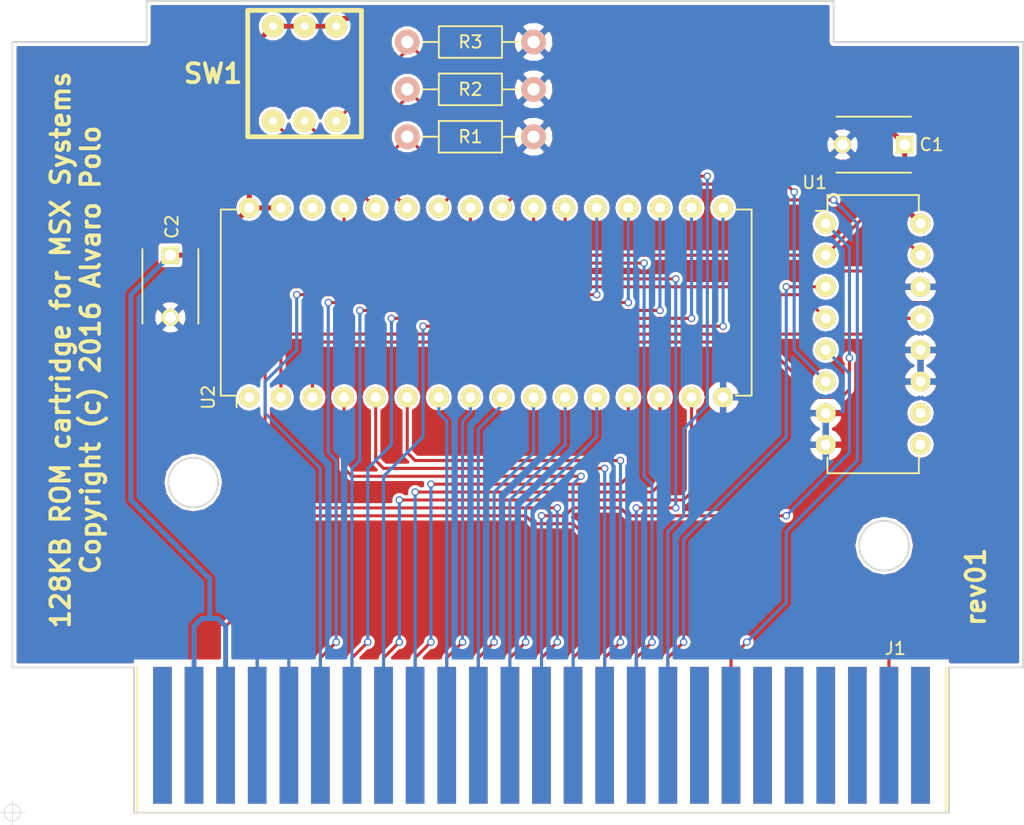
<source format=kicad_pcb>
(kicad_pcb (version 20211014) (generator pcbnew)
  (layers (0 "F.Cu" mixed) (31 "B.Cu" mixed) (34 "B.Paste" user) (35 "F.Paste" user) (36 "B.SilkS" user "B.Silkscreen") (37 "F.SilkS" user "F.Silkscreen") (38 "B.Mask" user) (39 "F.Mask" user) (44 "Edge.Cuts" user))
  (net 0 "")
  (net 1 "VCC")
  (net 2 "GND")
  (net 3 "/A9")
  (net 4 "/A11")
  (net 5 "/A7")
  (net 6 "/A12")
  (net 7 "/A14")
  (net 8 "/A1")
  (net 9 "/A3")
  (net 10 "/A5")
  (net 11 "/D1")
  (net 12 "/D3")
  (net 13 "/D5")
  (net 14 "/D7")
  (net 15 "/D6")
  (net 16 "/D4")
  (net 17 "/D2")
  (net 18 "/D0")
  (net 19 "/A4")
  (net 20 "/A2")
  (net 21 "/A0")
  (net 22 "/A13")
  (net 23 "/A8")
  (net 24 "/A6")
  (net 25 "/A10")
  (net 26 "/A15")
  (net 27 "~{RD}")
  (net 28 "~{SLTSL}")
  (net 29 "Net-(R1-Pad1)")
  (net 30 "Net-(R2-Pad1)")
  (net 31 "Net-(R3-Pad1)")
  (net 32 "MA15")
  (net 33 "MA14")
  (net 36 "MA16")
  (net 50 "Net-(J1-Pad44)")
  (footprint "Resistors_ThroughHole:Resistor_Horizontal_RM10mm" (layer "F.Cu") (at 148.59 106.68)
    (fp_text reference "R1" (at 0 0) (layer "F.SilkS"))
    (fp_text value "10K")
    (fp_line (start -2.54 1.27) (end -2.54 -1.27) (layer "F.SilkS") (width 0.15))
    (fp_line (start 2.54 0) (end 3.81 0) (layer "F.SilkS") (width 0.15))
    (fp_line (start 2.54 -1.27) (end 2.54 1.27) (layer "F.SilkS") (width 0.15))
    (fp_line (start -2.54 -1.27) (end 2.54 -1.27) (layer "F.SilkS") (width 0.15))
    (fp_line (start 2.54 1.27) (end -2.54 1.27) (layer "F.SilkS") (width 0.15))
    (fp_line (start -2.54 0) (end -3.81 0) (layer "F.SilkS") (width 0.15))
    (pad "1" thru_hole circle locked (at -5.08 0) (size 1.99898 1.99898) (drill 1.00076) (layers *.Cu *.SilkS *.Mask) (net 29 "Net-(R1-Pad1)"))
    (pad "2" thru_hole circle locked (at 5.08 0) (size 1.99898 1.99898) (drill 1.00076) (layers *.Cu *.SilkS *.Mask) (net 2 "GND"))
  )
  (footprint "Resistors_ThroughHole:Resistor_Horizontal_RM10mm" (layer "F.Cu") (at 148.59 102.87)
    (fp_text reference "R2" (at 0 0) (layer "F.SilkS"))
    (fp_text value "10K")
    (fp_line (start -2.54 0) (end -3.81 0) (layer "F.SilkS") (width 0.15))
    (fp_line (start -2.54 -1.27) (end 2.54 -1.27) (layer "F.SilkS") (width 0.15))
    (fp_line (start 2.54 -1.27) (end 2.54 1.27) (layer "F.SilkS") (width 0.15))
    (fp_line (start 2.54 1.27) (end -2.54 1.27) (layer "F.SilkS") (width 0.15))
    (fp_line (start 2.54 0) (end 3.81 0) (layer "F.SilkS") (width 0.15))
    (fp_line (start -2.54 1.27) (end -2.54 -1.27) (layer "F.SilkS") (width 0.15))
    (pad "1" thru_hole circle locked (at -5.08 0) (size 1.99898 1.99898) (drill 1.00076) (layers *.Cu *.SilkS *.Mask) (net 30 "Net-(R2-Pad1)"))
    (pad "2" thru_hole circle locked (at 5.08 0) (size 1.99898 1.99898) (drill 1.00076) (layers *.Cu *.SilkS *.Mask) (net 2 "GND"))
  )
  (footprint "Resistors_ThroughHole:Resistor_Horizontal_RM10mm" (layer "F.Cu") (at 148.59 99.06)
    (fp_text reference "R3" (at 0 0) (layer "F.SilkS"))
    (fp_text value "10K")
    (fp_line (start 2.54 1.27) (end -2.54 1.27) (layer "F.SilkS") (width 0.15))
    (fp_line (start 2.54 -1.27) (end 2.54 1.27) (layer "F.SilkS") (width 0.15))
    (fp_line (start -2.54 1.27) (end -2.54 -1.27) (layer "F.SilkS") (width 0.15))
    (fp_line (start -2.54 0) (end -3.81 0) (layer "F.SilkS") (width 0.15))
    (fp_line (start 2.54 0) (end 3.81 0) (layer "F.SilkS") (width 0.15))
    (fp_line (start -2.54 -1.27) (end 2.54 -1.27) (layer "F.SilkS") (width 0.15))
    (pad "1" thru_hole circle locked (at -5.08 0) (size 1.99898 1.99898) (drill 1.00076) (layers *.Cu *.SilkS *.Mask) (net 31 "Net-(R3-Pad1)"))
    (pad "2" thru_hole circle locked (at 5.08 0) (size 1.99898 1.99898) (drill 1.00076) (layers *.Cu *.SilkS *.Mask) (net 2 "GND"))
  )
  (footprint "dips-s:DIPS-DS03" (layer "F.Cu") (at 135.255 101.6)
    (fp_text reference "SW1" (at -7.366 0) (layer "F.SilkS") (effects (font (size 1.524 1.524) (thickness 0.3048))))
    (fp_text value "DIPS_03" hide)
    (fp_line (start -4.572 -5.08) (end 4.572 -5.08) (layer "F.SilkS") (width 0.381))
    (fp_line (start -4.572 -5.08) (end -4.572 5.08) (layer "F.SilkS") (width 0.381))
    (fp_line (start 4.572 5.08) (end -4.572 5.08) (layer "F.SilkS") (width 0.381))
    (fp_line (start 4.572 -5.08) (end 4.572 5.08) (layer "F.SilkS") (width 0.381))
    (pad "1" thru_hole circle locked (at -2.54 3.81) (size 1.778 1.778) (drill 0.635) (layers *.Cu *.Mask "F.SilkS") (net 29 "Net-(R1-Pad1)"))
    (pad "2" thru_hole circle locked (at 0 3.81) (size 1.778 1.778) (drill 0.635) (layers *.Cu *.Mask "F.SilkS") (net 30 "Net-(R2-Pad1)"))
    (pad "3" thru_hole circle locked (at 2.54 3.81) (size 1.778 1.778) (drill 0.635) (layers *.Cu *.Mask "F.SilkS") (net 31 "Net-(R3-Pad1)"))
    (pad "4" thru_hole circle locked (at 2.54 -3.81) (size 1.778 1.778) (drill 0.635) (layers *.Cu *.Mask "F.SilkS") (net 1 "VCC"))
    (pad "5" thru_hole circle locked (at 0 -3.81) (size 1.778 1.778) (drill 0.635) (layers *.Cu *.Mask "F.SilkS") (net 1 "VCC"))
    (pad "6" thru_hole circle locked (at -2.54 -3.81) (size 1.778 1.778) (drill 0.635) (layers *.Cu *.Mask "F.SilkS") (net 1 "VCC"))
  )
  (footprint "Housings_DIP:DIP-16_W7.62mm" (layer "F.Cu") (at 177.165 113.665)
    (fp_text reference "U1" (at -0.889 -3.302) (layer "F.SilkS"))
    (fp_text value "74LS283")
    (fp_line (start 0.135 -1.025) (end -0.8 -1.025) (layer "F.SilkS") (width 0.15))
    (fp_line (start 7.485 20.075) (end 7.485 18.805) (layer "F.SilkS") (width 0.15))
    (fp_line (start 7.485 -2.295) (end 7.485 -1.025) (layer "F.SilkS") (width 0.15))
    (fp_line (start 0.135 20.075) (end 7.485 20.075) (layer "F.SilkS") (width 0.15))
    (fp_line (start 0.135 20.075) (end 0.135 18.805) (layer "F.SilkS") (width 0.15))
    (fp_line (start 0.135 -2.295) (end 0.135 -1.025) (layer "F.SilkS") (width 0.15))
    (fp_line (start 0.135 -2.295) (end 7.485 -2.295) (layer "F.SilkS") (width 0.15))
    (pad "1" thru_hole oval locked (at 0 0) (size 1.6 1.6) (drill 0.8) (layers *.Cu *.Mask "F.SilkS") (net 32 "MA15"))
    (pad "2" thru_hole oval locked (at 0 2.54) (size 1.6 1.6) (drill 0.8) (layers *.Cu *.Mask "F.SilkS") (net 30 "Net-(R2-Pad1)"))
    (pad "3" thru_hole oval locked (at 0 5.08) (size 1.6 1.6) (drill 0.8) (layers *.Cu *.Mask "F.SilkS") (net 26 "/A15"))
    (pad "4" thru_hole oval locked (at 0 7.62) (size 1.6 1.6) (drill 0.8) (layers *.Cu *.Mask "F.SilkS") (net 33 "MA14"))
    (pad "5" thru_hole oval locked (at 0 10.16) (size 1.6 1.6) (drill 0.8) (layers *.Cu *.Mask "F.SilkS") (net 7 "/A14"))
    (pad "6" thru_hole oval locked (at 0 12.7) (size 1.6 1.6) (drill 0.8) (layers *.Cu *.Mask "F.SilkS") (net 29 "Net-(R1-Pad1)"))
    (pad "7" thru_hole oval locked (at 0 15.24) (size 1.6 1.6) (drill 0.8) (layers *.Cu *.Mask "F.SilkS") (net 2 "GND"))
    (pad "8" thru_hole oval locked (at 0 17.78) (size 1.6 1.6) (drill 0.8) (layers *.Cu *.Mask "F.SilkS") (net 2 "GND"))
    (pad "9" thru_hole oval locked (at 7.62 17.78) (size 1.6 1.6) (drill 0.8) (layers *.Cu *.Mask "F.SilkS"))
    (pad "10" thru_hole oval locked (at 7.62 15.24) (size 1.6 1.6) (drill 0.8) (layers *.Cu *.Mask "F.SilkS"))
    (pad "11" thru_hole oval locked (at 7.62 12.7) (size 1.6 1.6) (drill 0.8) (layers *.Cu *.Mask "F.SilkS") (net 2 "GND"))
    (pad "12" thru_hole oval locked (at 7.62 10.16) (size 1.6 1.6) (drill 0.8) (layers *.Cu *.Mask "F.SilkS") (net 2 "GND"))
    (pad "13" thru_hole oval locked (at 7.62 7.62) (size 1.6 1.6) (drill 0.8) (layers *.Cu *.Mask "F.SilkS") (net 36 "MA16"))
    (pad "14" thru_hole oval locked (at 7.62 5.08) (size 1.6 1.6) (drill 0.8) (layers *.Cu *.Mask "F.SilkS") (net 2 "GND"))
    (pad "15" thru_hole oval locked (at 7.62 2.54) (size 1.6 1.6) (drill 0.8) (layers *.Cu *.Mask "F.SilkS") (net 31 "Net-(R3-Pad1)"))
    (pad "16" thru_hole oval locked (at 7.62 0) (size 1.6 1.6) (drill 0.8) (layers *.Cu *.Mask "F.SilkS") (net 1 "VCC"))
  )
  (footprint "Housings_DIP:DIP-32_W15.24mm" (layer "F.Cu") (at 130.81 127.635 90)
    (fp_text reference "U2" (at 0 -3.302 90) (layer "F.SilkS"))
    (fp_text value "SST39SF010")
    (fp_line (start 0.135 -1.025) (end -0.8 -1.025) (layer "F.SilkS") (width 0.15))
    (fp_line (start 0.135 -2.295) (end 0.135 -1.025) (layer "F.SilkS") (width 0.15))
    (fp_line (start 0.135 -2.295) (end 15.105 -2.295) (layer "F.SilkS") (width 0.15))
    (fp_line (start 0.135 40.395) (end 0.135 39.125) (layer "F.SilkS") (width 0.15))
    (fp_line (start 0.135 40.395) (end 15.105 40.395) (layer "F.SilkS") (width 0.15))
    (fp_line (start 15.105 -2.295) (end 15.105 -1.025) (layer "F.SilkS") (width 0.15))
    (fp_line (start 15.105 40.395) (end 15.105 39.125) (layer "F.SilkS") (width 0.15))
    (pad "1" thru_hole oval locked (at 0 0 90) (size 1.6 1.6) (drill 0.8) (layers *.Cu *.Mask "F.SilkS"))
    (pad "2" thru_hole oval locked (at 0 2.54 90) (size 1.6 1.6) (drill 0.8) (layers *.Cu *.Mask "F.SilkS") (net 36 "MA16"))
    (pad "3" thru_hole oval locked (at 0 5.08 90) (size 1.6 1.6) (drill 0.8) (layers *.Cu *.Mask "F.SilkS") (net 32 "MA15"))
    (pad "4" thru_hole oval locked (at 0 7.62 90) (size 1.6 1.6) (drill 0.8) (layers *.Cu *.Mask "F.SilkS") (net 6 "/A12"))
    (pad "5" thru_hole oval locked (at 0 10.16 90) (size 1.6 1.6) (drill 0.8) (layers *.Cu *.Mask "F.SilkS") (net 5 "/A7"))
    (pad "6" thru_hole oval locked (at 0 12.7 90) (size 1.6 1.6) (drill 0.8) (layers *.Cu *.Mask "F.SilkS") (net 24 "/A6"))
    (pad "7" thru_hole oval locked (at 0 15.24 90) (size 1.6 1.6) (drill 0.8) (layers *.Cu *.Mask "F.SilkS") (net 10 "/A5"))
    (pad "8" thru_hole oval locked (at 0 17.78 90) (size 1.6 1.6) (drill 0.8) (layers *.Cu *.Mask "F.SilkS") (net 19 "/A4"))
    (pad "9" thru_hole oval locked (at 0 20.32 90) (size 1.6 1.6) (drill 0.8) (layers *.Cu *.Mask "F.SilkS") (net 9 "/A3"))
    (pad "10" thru_hole oval locked (at 0 22.86 90) (size 1.6 1.6) (drill 0.8) (layers *.Cu *.Mask "F.SilkS") (net 20 "/A2"))
    (pad "11" thru_hole oval locked (at 0 25.4 90) (size 1.6 1.6) (drill 0.8) (layers *.Cu *.Mask "F.SilkS") (net 8 "/A1"))
    (pad "12" thru_hole oval locked (at 0 27.94 90) (size 1.6 1.6) (drill 0.8) (layers *.Cu *.Mask "F.SilkS") (net 21 "/A0"))
    (pad "13" thru_hole oval locked (at 0 30.48 90) (size 1.6 1.6) (drill 0.8) (layers *.Cu *.Mask "F.SilkS") (net 18 "/D0"))
    (pad "14" thru_hole oval locked (at 0 33.02 90) (size 1.6 1.6) (drill 0.8) (layers *.Cu *.Mask "F.SilkS") (net 11 "/D1"))
    (pad "15" thru_hole oval locked (at 0 35.56 90) (size 1.6 1.6) (drill 0.8) (layers *.Cu *.Mask "F.SilkS") (net 17 "/D2"))
    (pad "16" thru_hole oval locked (at 0 38.1 90) (size 1.6 1.6) (drill 0.8) (layers *.Cu *.Mask "F.SilkS") (net 2 "GND"))
    (pad "17" thru_hole oval locked (at 15.24 38.1 90) (size 1.6 1.6) (drill 0.8) (layers *.Cu *.Mask "F.SilkS") (net 12 "/D3"))
    (pad "18" thru_hole oval locked (at 15.24 35.56 90) (size 1.6 1.6) (drill 0.8) (layers *.Cu *.Mask "F.SilkS") (net 16 "/D4"))
    (pad "19" thru_hole oval locked (at 15.24 33.02 90) (size 1.6 1.6) (drill 0.8) (layers *.Cu *.Mask "F.SilkS") (net 13 "/D5"))
    (pad "20" thru_hole oval locked (at 15.24 30.48 90) (size 1.6 1.6) (drill 0.8) (layers *.Cu *.Mask "F.SilkS") (net 15 "/D6"))
    (pad "21" thru_hole oval locked (at 15.24 27.94 90) (size 1.6 1.6) (drill 0.8) (layers *.Cu *.Mask "F.SilkS") (net 14 "/D7"))
    (pad "22" thru_hole oval locked (at 15.24 25.4 90) (size 1.6 1.6) (drill 0.8) (layers *.Cu *.Mask "F.SilkS") (net 28 "~{SLTSL}"))
    (pad "23" thru_hole oval locked (at 15.24 22.86 90) (size 1.6 1.6) (drill 0.8) (layers *.Cu *.Mask "F.SilkS") (net 25 "/A10"))
    (pad "24" thru_hole oval locked (at 15.24 20.32 90) (size 1.6 1.6) (drill 0.8) (layers *.Cu *.Mask "F.SilkS") (net 27 "~{RD}"))
    (pad "25" thru_hole oval locked (at 15.24 17.78 90) (size 1.6 1.6) (drill 0.8) (layers *.Cu *.Mask "F.SilkS") (net 4 "/A11"))
    (pad "26" thru_hole oval locked (at 15.24 15.24 90) (size 1.6 1.6) (drill 0.8) (layers *.Cu *.Mask "F.SilkS") (net 3 "/A9"))
    (pad "27" thru_hole oval locked (at 15.24 12.7 90) (size 1.6 1.6) (drill 0.8) (layers *.Cu *.Mask "F.SilkS") (net 23 "/A8"))
    (pad "28" thru_hole oval locked (at 15.24 10.16 90) (size 1.6 1.6) (drill 0.8) (layers *.Cu *.Mask "F.SilkS") (net 22 "/A13"))
    (pad "29" thru_hole oval locked (at 15.24 7.62 90) (size 1.6 1.6) (drill 0.8) (layers *.Cu *.Mask "F.SilkS") (net 33 "MA14"))
    (pad "30" thru_hole oval locked (at 15.24 5.08 90) (size 1.6 1.6) (drill 0.8) (layers *.Cu *.Mask "F.SilkS"))
    (pad "31" thru_hole oval locked (at 15.24 2.54 90) (size 1.6 1.6) (drill 0.8) (layers *.Cu *.Mask "F.SilkS") (net 1 "VCC"))
    (pad "32" thru_hole oval locked (at 15.24 0 90) (size 1.6 1.6) (drill 0.8) (layers *.Cu *.Mask "F.SilkS") (net 1 "VCC"))
  )
  (footprint "msx:msx_cartridge" (layer "F.Cu") (at 154.305 154.94)
    (fp_text reference "J1" (at 28.448 -7.112) (layer "F.SilkS"))
    (fp_text value "Conn_02x25_Odd_Even")
    (fp_line (start 32.512 6.096) (end 32.512 -5.588) (layer "F.SilkS") (width 0.15))
    (fp_line (start -32.512 6.096) (end -32.512 -5.588) (layer "F.SilkS") (width 0.15))
    (fp_line (start 32.512 6.096) (end -32.512 6.096) (layer "F.SilkS") (width 0.15))
    (pad "1" connect rect locked (at 30.48 -0.127) (size 1.5 11) (layers "B.Cu" "B.Mask"))
    (pad "2" connect rect locked (at 30.48 -0.127) (size 1.5 11) (layers "F.Cu" "F.Mask"))
    (pad "3" connect rect locked (at 27.94 -0.127) (size 1.5 11) (layers "B.Cu" "B.Mask"))
    (pad "4" connect rect locked (at 27.94 -0.127) (size 1.5 11) (layers "F.Cu" "F.Mask") (net 28 "~{SLTSL}"))
    (pad "5" connect rect locked (at 25.4 -0.127) (size 1.5 11) (layers "B.Cu" "B.Mask"))
    (pad "6" connect rect locked (at 25.4 -0.127) (size 1.5 11) (layers "F.Cu" "F.Mask"))
    (pad "7" connect rect locked (at 22.86 -0.127) (size 1.5 11) (layers "B.Cu" "B.Mask"))
    (pad "8" connect rect locked (at 22.86 -0.127) (size 1.5 11) (layers "F.Cu" "F.Mask"))
    (pad "9" connect rect locked (at 20.32 -0.127) (size 1.5 11) (layers "B.Cu" "B.Mask"))
    (pad "10" connect rect locked (at 20.32 -0.127) (size 1.5 11) (layers "F.Cu" "F.Mask"))
    (pad "11" connect rect locked (at 17.78 -0.127) (size 1.5 11) (layers "B.Cu" "B.Mask"))
    (pad "12" connect rect locked (at 17.78 -0.127) (size 1.5 11) (layers "F.Cu" "F.Mask"))
    (pad "13" connect rect locked (at 15.24 -0.127) (size 1.5 11) (layers "B.Cu" "B.Mask"))
    (pad "14" connect rect locked (at 15.24 -0.127) (size 1.5 11) (layers "F.Cu" "F.Mask") (net 27 "~{RD}"))
    (pad "15" connect rect locked (at 12.7 -0.127) (size 1.5 11) (layers "B.Cu" "B.Mask"))
    (pad "16" connect rect locked (at 12.7 -0.127) (size 1.5 11) (layers "F.Cu" "F.Mask"))
    (pad "17" connect rect locked (at 10.16 -0.127) (size 1.5 11) (layers "B.Cu" "B.Mask") (net 3 "/A9"))
    (pad "18" connect rect locked (at 10.16 -0.127) (size 1.5 11) (layers "F.Cu" "F.Mask") (net 26 "/A15"))
    (pad "19" connect rect locked (at 7.62 -0.127) (size 1.5 11) (layers "B.Cu" "B.Mask") (net 4 "/A11"))
    (pad "20" connect rect locked (at 7.62 -0.127) (size 1.5 11) (layers "F.Cu" "F.Mask") (net 25 "/A10"))
    (pad "21" connect rect locked (at 5.08 -0.127) (size 1.5 11) (layers "B.Cu" "B.Mask") (net 5 "/A7"))
    (pad "22" connect rect locked (at 5.08 -0.127) (size 1.5 11) (layers "F.Cu" "F.Mask") (net 24 "/A6"))
    (pad "23" connect rect locked (at 2.54 -0.127) (size 1.5 11) (layers "B.Cu" "B.Mask") (net 6 "/A12"))
    (pad "24" connect rect locked (at 2.54 -0.127) (size 1.5 11) (layers "F.Cu" "F.Mask") (net 23 "/A8"))
    (pad "25" connect rect locked (at 0 -0.127) (size 1.5 11) (layers "B.Cu" "B.Mask") (net 7 "/A14"))
    (pad "26" connect rect locked (at 0 -0.127) (size 1.5 11) (layers "F.Cu" "F.Mask") (net 22 "/A13"))
    (pad "27" connect rect locked (at -2.54 -0.127) (size 1.5 11) (layers "B.Cu" "B.Mask") (net 8 "/A1"))
    (pad "28" connect rect locked (at -2.54 -0.127) (size 1.5 11) (layers "F.Cu" "F.Mask") (net 21 "/A0"))
    (pad "29" connect rect locked (at -5.08 -0.127) (size 1.5 11) (layers "B.Cu" "B.Mask") (net 9 "/A3"))
    (pad "30" connect rect locked (at -5.08 -0.127) (size 1.5 11) (layers "F.Cu" "F.Mask") (net 20 "/A2"))
    (pad "31" connect rect locked (at -7.62 -0.127) (size 1.5 11) (layers "B.Cu" "B.Mask") (net 10 "/A5"))
    (pad "32" connect rect locked (at -7.62 -0.127) (size 1.5 11) (layers "F.Cu" "F.Mask") (net 19 "/A4"))
    (pad "33" connect rect locked (at -10.16 -0.127) (size 1.5 11) (layers "B.Cu" "B.Mask") (net 11 "/D1"))
    (pad "34" connect rect locked (at -10.16 -0.127) (size 1.5 11) (layers "F.Cu" "F.Mask") (net 18 "/D0"))
    (pad "35" connect rect locked (at -12.7 -0.127) (size 1.5 11) (layers "B.Cu" "B.Mask") (net 12 "/D3"))
    (pad "36" connect rect locked (at -12.7 -0.127) (size 1.5 11) (layers "F.Cu" "F.Mask") (net 17 "/D2"))
    (pad "37" connect rect locked (at -15.24 -0.127) (size 1.5 11) (layers "B.Cu" "B.Mask") (net 13 "/D5"))
    (pad "38" connect rect locked (at -15.24 -0.127) (size 1.5 11) (layers "F.Cu" "F.Mask") (net 16 "/D4"))
    (pad "39" connect rect locked (at -17.78 -0.127) (size 1.5 11) (layers "B.Cu" "B.Mask") (net 14 "/D7"))
    (pad "40" connect rect locked (at -17.78 -0.127) (size 1.5 11) (layers "F.Cu" "F.Mask") (net 15 "/D6"))
    (pad "41" connect rect locked (at -20.32 -0.127) (size 1.5 11) (layers "B.Cu" "B.Mask") (net 2 "GND"))
    (pad "42" connect rect locked (at -20.32 -0.127) (size 1.5 11) (layers "F.Cu" "F.Mask"))
    (pad "43" connect rect locked (at -22.86 -0.127) (size 1.5 11) (layers "B.Cu" "B.Mask") (net 2 "GND"))
    (pad "44" connect rect locked (at -22.86 -0.127) (size 1.5 11) (layers "F.Cu" "F.Mask") (net 50 "Net-(J1-Pad44)"))
    (pad "45" connect rect locked (at -25.4 -0.127) (size 1.5 11) (layers "B.Cu" "B.Mask") (net 1 "VCC"))
    (pad "46" connect rect locked (at -25.4 -0.127) (size 1.5 11) (layers "F.Cu" "F.Mask") (net 50 "Net-(J1-Pad44)"))
    (pad "47" connect rect locked (at -27.94 -0.127) (size 1.5 11) (layers "B.Cu" "B.Mask") (net 1 "VCC"))
    (pad "48" connect rect locked (at -27.94 -0.127) (size 1.5 11) (layers "F.Cu" "F.Mask"))
    (pad "49" connect rect locked (at -30.48 -0.127) (size 1.5 11) (layers "B.Cu" "B.Mask"))
    (pad "50" connect rect locked (at -30.48 -0.127) (size 1.5 11) (layers "F.Cu" "F.Mask"))
  )
  (footprint "Capacitors_ThroughHole:C_Disc_D6_P5" (layer "F.Cu") (at 183.515 107.315 180)
    (fp_text reference "C1" (at -2.159 0 180) (layer "F.SilkS"))
    (fp_text value "100nF")
    (fp_line (start -0.5 -2.25) (end 5.5 -2.25) (layer "F.SilkS") (width 0.15))
    (fp_line (start 5.5 2.25) (end -0.5 2.25) (layer "F.SilkS") (width 0.15))
    (pad "1" thru_hole rect locked (at 0 0 180) (size 1.4 1.4) (drill 0.9) (layers *.Cu *.Mask "F.SilkS") (net 1 "VCC"))
    (pad "2" thru_hole circle locked (at 5 0 180) (size 1.4 1.4) (drill 0.9) (layers *.Cu *.Mask "F.SilkS") (net 2 "GND"))
  )
  (footprint "Capacitors_ThroughHole:C_Disc_D6_P5" (layer "F.Cu") (at 124.46 116.205 -90)
    (fp_text reference "C2" (at -2.286 -0.127 -90) (layer "F.SilkS"))
    (fp_text value "100nF")
    (fp_line (start -0.5 -2.25) (end 5.5 -2.25) (layer "F.SilkS") (width 0.15))
    (fp_line (start 5.5 2.25) (end -0.5 2.25) (layer "F.SilkS") (width 0.15))
    (pad "1" thru_hole rect locked (at 0 0 270) (size 1.4 1.4) (drill 0.9) (layers *.Cu *.Mask "F.SilkS") (net 1 "VCC"))
    (pad "2" thru_hole circle locked (at 5 0 270) (size 1.4 1.4) (drill 0.9) (layers *.Cu *.Mask "F.SilkS") (net 2 "GND"))
  )
  (gr_line (start 187.071 161.036) (end 186.817 161.036) (layer "Edge.Cuts") (width 0.15))
  (gr_line (start 177.8 95.758) (end 177.8 99.06) (layer "Edge.Cuts") (width 0.15))
  (gr_line (start 122.555 95.758) (end 177.8 95.758) (layer "Edge.Cuts") (width 0.15))
  (gr_line (start 122.555 95.758) (end 122.555 99.06) (layer "Edge.Cuts") (width 0.15))
  (gr_line (start 193.04 99.06) (end 193.04 149.352) (layer "Edge.Cuts") (width 0.15))
  (gr_line (start 187.071 149.352) (end 193.04 149.352) (layer "Edge.Cuts") (width 0.15))
  (gr_line (start 121.539 161.036) (end 121.793 161.036) (layer "Edge.Cuts") (width 0.15))
  (gr_circle (center 181.86 139.565) (end 183.86 139.565) (layer "Edge.Cuts") (width 0.15) (fill none))
  (gr_line (start 111.76 99.06) (end 122.555 99.06) (layer "Edge.Cuts") (width 0.15))
  (gr_line (start 186.817 161.036) (end 121.793 161.036) (layer "Edge.Cuts") (width 0.15))
  (gr_line (start 111.76 149.352) (end 111.76 99.06) (layer "Edge.Cuts") (width 0.15))
  (gr_line (start 187.071 149.352) (end 187.071 161.036) (layer "Edge.Cuts") (width 0.15))
  (gr_line (start 121.539 149.352) (end 111.76 149.352) (layer "Edge.Cuts") (width 0.15))
  (gr_line (start 121.539 161.036) (end 121.539 149.352) (layer "Edge.Cuts") (width 0.15))
  (gr_circle (center 126.3 134.485) (end 124.3 134.485) (layer "Edge.Cuts") (width 0.15) (fill none))
  (gr_line (start 177.8 99.06) (end 193.04 99.06) (layer "Edge.Cuts") (width 0.15))
  (gr_text "rev01" (at 189.23 142.875 90) (layer "F.SilkS") (effects (font (size 1.5 1.5) (thickness 0.3))))
  (gr_text "128KB ROM cartridge for MSX Systems\nCopyright (c) 2016 Alvaro Polo\n" (at 116.84 123.825 90) (layer "F.SilkS") (effects (font (size 1.5 1.5) (thickness 0.3))))
  (target plus (at 111.76 161.036) (size 2) (width 0.05) (layer "Edge.Cuts"))
  (segment (start 130.81 99.695) (end 132.715 97.79) (width 0.4) (layer "F.Cu") (net 1))
  (segment (start 127 116.205) (end 124.46 116.205) (width 0.4) (layer "F.Cu") (net 1))
  (segment (start 183.515 112.395) (end 183.515 107.315) (width 0.4) (layer "F.Cu") (net 1))
  (segment (start 138.43 97.155) (end 173.355 97.155) (width 0.4) (layer "F.Cu") (net 1))
  (segment (start 137.795 97.79) (end 138.43 97.155) (width 0.4) (layer "F.Cu") (net 1))
  (segment (start 184.785 113.665) (end 183.515 112.395) (width 0.4) (layer "F.Cu") (net 1))
  (segment (start 130.81 112.395) (end 130.81 99.695) (width 0.4) (layer "F.Cu") (net 1))
  (segment (start 183.515 107.315) (end 173.355 97.155) (width 0.4) (layer "F.Cu") (net 1))
  (segment (start 130.81 112.395) (end 133.35 112.395) (width 0.4) (layer "F.Cu") (net 1))
  (segment (start 130.81 112.395) (end 127 116.205) (width 0.4) (layer "F.Cu") (net 1))
  (segment (start 132.715 97.79) (end 135.255 97.79) (width 0.4) (layer "F.Cu") (net 1))
  (segment (start 137.795 97.79) (end 135.255 97.79) (width 0.4) (layer "F.Cu") (net 1))
  (segment (start 121.285 125.095) (end 121.285 119.38) (width 0.4) (layer "B.Cu") (net 1))
  (segment (start 121.285 119.38) (end 124.46 116.205) (width 0.4) (layer "B.Cu") (net 1))
  (segment (start 127 145.415) (end 127.635 145.415) (width 0.4) (layer "B.Cu") (net 1))
  (segment (start 128.27 145.415) (end 128.905 146.05) (width 0.4) (layer "B.Cu") (net 1))
  (segment (start 127.635 145.415) (end 128.27 145.415) (width 0.4) (layer "B.Cu") (net 1))
  (segment (start 121.285 135.89) (end 127.635 142.24) (width 0.4) (layer "B.Cu") (net 1))
  (segment (start 126.365 146.05) (end 127 145.415) (width 0.4) (layer "B.Cu") (net 1))
  (segment (start 128.905 154.813) (end 128.905 146.05) (width 0.4) (layer "B.Cu") (net 1))
  (segment (start 127.635 145.415) (end 127.635 142.24) (width 0.4) (layer "B.Cu") (net 1))
  (segment (start 121.285 125.095) (end 121.285 135.89) (width 0.4) (layer "B.Cu") (net 1))
  (segment (start 126.365 154.813) (end 126.365 146.05) (width 0.4) (layer "B.Cu") (net 1))
  (segment (start 133.985 148.59) (end 133.35 147.955) (width 0.25) (layer "B.Cu") (net 2))
  (segment (start 133.35 147.955) (end 132.08 147.955) (width 0.25) (layer "B.Cu") (net 2))
  (segment (start 132.08 147.955) (end 131.445 148.59) (width 0.25) (layer "B.Cu") (net 2))
  (segment (start 131.445 148.59) (end 131.445 154.813) (width 0.25) (layer "B.Cu") (net 2))
  (segment (start 133.985 154.813) (end 133.985 148.59) (width 0.25) (layer "B.Cu") (net 2))
  (segment (start 167.64 109.855) (end 148.59 109.855) (width 0.25) (layer "F.Cu") (net 3))
  (segment (start 148.59 109.855) (end 146.05 112.395) (width 0.25) (layer "F.Cu") (net 3))
  (via (at 167.64 109.855) (size 0.6) (drill 0.4) (layers "F.Cu" "B.Cu") (net 3))
  (segment (start 164.465 138.43) (end 165.735 137.16) (width 0.25) (layer "B.Cu") (net 3))
  (segment (start 165.735 130.175) (end 167.64 128.27) (width 0.25) (layer "B.Cu") (net 3))
  (segment (start 167.64 128.27) (end 167.64 109.855) (width 0.25) (layer "B.Cu") (net 3))
  (segment (start 165.735 137.16) (end 165.735 130.175) (width 0.25) (layer "B.Cu") (net 3))
  (segment (start 164.465 154.813) (end 164.465 138.43) (width 0.25) (layer "B.Cu") (net 3))
  (segment (start 161.925 136.525) (end 165.1 136.525) (width 0.25) (layer "F.Cu") (net 4))
  (segment (start 165.1 118.11) (end 149.225 118.11) (width 0.25) (layer "F.Cu") (net 4))
  (segment (start 148.59 117.475) (end 149.225 118.11) (width 0.25) (layer "F.Cu") (net 4))
  (segment (start 148.59 112.395) (end 148.59 117.475) (width 0.25) (layer "F.Cu") (net 4))
  (via (at 165.1 118.11) (size 0.6) (drill 0.4) (layers "F.Cu" "B.Cu") (net 4))
  (via (at 165.1 136.525) (size 0.6) (drill 0.4) (layers "F.Cu" "B.Cu") (net 4))
  (via (at 161.925 136.525) (size 0.6) (drill 0.4) (layers "F.Cu" "B.Cu") (net 4))
  (segment (start 165.1 136.525) (end 165.1 118.11) (width 0.25) (layer "B.Cu") (net 4))
  (segment (start 161.925 154.813) (end 161.925 136.525) (width 0.25) (layer "B.Cu") (net 4))
  (segment (start 159.385 133.35) (end 141.605 133.35) (width 0.25) (layer "F.Cu") (net 5))
  (segment (start 141.605 133.35) (end 140.97 132.715) (width 0.25) (layer "F.Cu") (net 5))
  (segment (start 140.97 132.715) (end 140.97 127.635) (width 0.25) (layer "F.Cu") (net 5))
  (via (at 159.385 133.35) (size 0.6) (drill 0.4) (layers "F.Cu" "B.Cu") (net 5))
  (segment (start 159.385 154.813) (end 159.385 133.35) (width 0.25) (layer "B.Cu") (net 5))
  (segment (start 157.48 133.985) (end 139.065 133.985) (width 0.25) (layer "F.Cu") (net 6))
  (segment (start 139.065 133.985) (end 138.43 133.35) (width 0.25) (layer "F.Cu") (net 6))
  (segment (start 138.43 133.35) (end 138.43 127.635) (width 0.25) (layer "F.Cu") (net 6))
  (via (at 157.48 133.985) (size 0.6) (drill 0.4) (layers "F.Cu" "B.Cu") (net 6))
  (segment (start 156.845 134.62) (end 157.48 133.985) (width 0.25) (layer "B.Cu") (net 6))
  (segment (start 156.845 154.813) (end 156.845 134.62) (width 0.25) (layer "B.Cu") (net 6))
  (segment (start 154.305 137.16) (end 156.21 137.16) (width 0.25) (layer "F.Cu") (net 7))
  (segment (start 156.845 136.525) (end 160.655 136.525) (width 0.25) (layer "F.Cu") (net 7))
  (segment (start 160.655 136.525) (end 161.29 137.16) (width 0.25) (layer "F.Cu") (net 7))
  (segment (start 161.29 137.16) (end 173.99 137.16) (width 0.25) (layer "F.Cu") (net 7))
  (segment (start 156.21 137.16) (end 156.845 136.525) (width 0.25) (layer "F.Cu") (net 7))
  (via (at 154.305 137.16) (size 0.6) (drill 0.4) (layers "F.Cu" "B.Cu") (net 7))
  (via (at 173.99 137.16) (size 0.6) (drill 0.4) (layers "F.Cu" "B.Cu") (net 7))
  (segment (start 179.07 126.365) (end 179.07 125.73) (width 0.25) (layer "B.Cu") (net 7))
  (segment (start 179.07 125.73) (end 177.165 123.825) (width 0.25) (layer "B.Cu") (net 7))
  (segment (start 179.07 132.08) (end 179.07 126.365) (width 0.25) (layer "B.Cu") (net 7))
  (segment (start 179.07 132.08) (end 173.99 137.16) (width 0.25) (layer "B.Cu") (net 7))
  (segment (start 154.305 154.813) (end 154.305 137.16) (width 0.25) (layer "B.Cu") (net 7))
  (segment (start 151.765 135.89) (end 156.21 131.445) (width 0.25) (layer "B.Cu") (net 8))
  (segment (start 156.21 131.445) (end 156.21 127.635) (width 0.25) (layer "B.Cu") (net 8))
  (segment (start 151.765 154.813) (end 151.765 136.525) (width 0.25) (layer "B.Cu") (net 8))
  (segment (start 151.765 136.525) (end 151.765 135.89) (width 0.25) (layer "B.Cu") (net 8))
  (segment (start 149.225 130.175) (end 151.13 128.27) (width 0.25) (layer "B.Cu") (net 9))
  (segment (start 151.13 128.27) (end 151.13 127.635) (width 0.25) (layer "B.Cu") (net 9))
  (segment (start 149.225 136.525) (end 149.225 130.175) (width 0.25) (layer "B.Cu") (net 9))
  (segment (start 149.225 154.813) (end 149.225 136.525) (width 0.25) (layer "B.Cu") (net 9))
  (segment (start 146.685 129.54) (end 146.05 128.905) (width 0.25) (layer "B.Cu") (net 10))
  (segment (start 146.05 128.905) (end 146.05 127.635) (width 0.25) (layer "B.Cu") (net 10))
  (segment (start 146.685 154.813) (end 146.685 135.255) (width 0.25) (layer "B.Cu") (net 10))
  (segment (start 146.685 135.255) (end 146.685 129.54) (width 0.25) (layer "B.Cu") (net 10))
  (segment (start 144.145 135.255) (end 163.195 135.255) (width 0.25) (layer "F.Cu") (net 11))
  (segment (start 163.195 135.255) (end 163.83 134.62) (width 0.25) (layer "F.Cu") (net 11))
  (segment (start 163.83 134.62) (end 163.83 127.635) (width 0.25) (layer "F.Cu") (net 11))
  (via (at 144.145 135.255) (size 0.6) (drill 0.4) (layers "F.Cu" "B.Cu") (net 11))
  (segment (start 144.145 154.813) (end 144.145 135.255) (width 0.25) (layer "B.Cu") (net 11))
  (segment (start 144.78 121.92) (end 168.91 121.92) (width 0.25) (layer "F.Cu") (net 12))
  (via (at 168.91 121.92) (size 0.6) (drill 0.4) (layers "F.Cu" "B.Cu") (net 12))
  (via (at 144.78 121.92) (size 0.6) (drill 0.4) (layers "F.Cu" "B.Cu") (net 12))
  (segment (start 168.91 121.92) (end 168.91 112.395) (width 0.25) (layer "B.Cu") (net 12))
  (segment (start 144.78 130.175) (end 144.78 121.92) (width 0.25) (layer "B.Cu") (net 12))
  (segment (start 144.78 130.81) (end 141.605 133.985) (width 0.25) (layer "B.Cu") (net 12))
  (segment (start 144.78 130.175) (end 144.78 130.81) (width 0.25) (layer "B.Cu") (net 12))
  (segment (start 141.605 154.813) (end 141.605 133.985) (width 0.25) (layer "B.Cu") (net 12))
  (segment (start 139.7 120.65) (end 163.83 120.65) (width 0.25) (layer "F.Cu") (net 13))
  (via (at 163.83 120.65) (size 0.6) (drill 0.4) (layers "F.Cu" "B.Cu") (net 13))
  (via (at 139.7 120.65) (size 0.6) (drill 0.4) (layers "F.Cu" "B.Cu") (net 13))
  (segment (start 163.83 120.65) (end 163.83 112.395) (width 0.25) (layer "B.Cu") (net 13))
  (segment (start 139.065 133.35) (end 139.7 132.715) (width 0.25) (layer "B.Cu") (net 13))
  (segment (start 139.7 132.715) (end 139.7 120.65) (width 0.25) (layer "B.Cu") (net 13))
  (segment (start 139.065 154.813) (end 139.065 133.35) (width 0.25) (layer "B.Cu") (net 13))
  (segment (start 134.62 119.38) (end 158.75 119.38) (width 0.25) (layer "F.Cu") (net 14))
  (via (at 158.75 119.38) (size 0.6) (drill 0.4) (layers "F.Cu" "B.Cu") (net 14))
  (via (at 134.62 119.38) (size 0.6) (drill 0.4) (layers "F.Cu" "B.Cu") (net 14))
  (segment (start 158.75 119.38) (end 158.75 112.395) (width 0.25) (layer "B.Cu") (net 14))
  (segment (start 136.525 133.35) (end 134.62 131.445) (width 0.25) (layer "B.Cu") (net 14))
  (segment (start 132.08 128.905) (end 132.08 126.365) (width 0.25) (layer "B.Cu") (net 14))
  (segment (start 132.08 126.365) (end 134.62 123.825) (width 0.25) (layer "B.Cu") (net 14))
  (segment (start 134.62 123.825) (end 134.62 119.38) (width 0.25) (layer "B.Cu") (net 14))
  (segment (start 134.62 131.445) (end 132.08 128.905) (width 0.25) (layer "B.Cu") (net 14))
  (segment (start 136.525 154.813) (end 136.525 133.35) (width 0.25) (layer "B.Cu") (net 14))
  (segment (start 137.16 120.015) (end 161.29 120.015) (width 0.25) (layer "F.Cu") (net 15))
  (segment (start 136.525 148.59) (end 137.795 147.32) (width 0.25) (layer "F.Cu") (net 15))
  (segment (start 136.525 154.813) (end 136.525 148.59) (width 0.25) (layer "F.Cu") (net 15))
  (via (at 161.29 120.015) (size 0.6) (drill 0.4) (layers "F.Cu" "B.Cu") (net 15))
  (via (at 137.16 120.015) (size 0.6) (drill 0.4) (layers "F.Cu" "B.Cu") (net 15))
  (via (at 137.795 147.32) (size 0.6) (drill 0.4) (layers "F.Cu" "B.Cu") (net 15))
  (segment (start 161.29 120.015) (end 161.29 112.395) (width 0.25) (layer "B.Cu") (net 15))
  (segment (start 137.795 147.32) (end 137.795 133.35) (width 0.25) (layer "B.Cu") (net 15))
  (segment (start 137.795 132.715) (end 137.16 132.08) (width 0.25) (layer "B.Cu") (net 15))
  (segment (start 137.16 132.08) (end 137.16 120.015) (width 0.25) (layer "B.Cu") (net 15))
  (segment (start 137.795 133.35) (end 137.795 132.715) (width 0.25) (layer "B.Cu") (net 15))
  (segment (start 142.24 121.285) (end 166.37 121.285) (width 0.25) (layer "F.Cu") (net 16))
  (segment (start 139.065 148.59) (end 140.335 147.32) (width 0.25) (layer "F.Cu") (net 16))
  (segment (start 139.065 154.813) (end 139.065 148.59) (width 0.25) (layer "F.Cu") (net 16))
  (via (at 142.24 121.285) (size 0.6) (drill 0.4) (layers "F.Cu" "B.Cu") (net 16))
  (via (at 140.335 147.32) (size 0.6) (drill 0.4) (layers "F.Cu" "B.Cu") (net 16))
  (via (at 166.37 121.285) (size 0.6) (drill 0.4) (layers "F.Cu" "B.Cu") (net 16))
  (segment (start 166.37 121.285) (end 166.37 112.395) (width 0.25) (layer "B.Cu") (net 16))
  (segment (start 140.335 147.32) (end 140.335 135.89) (width 0.25) (layer "B.Cu") (net 16))
  (segment (start 140.335 135.89) (end 140.335 133.35) (width 0.25) (layer "B.Cu") (net 16))
  (segment (start 140.335 133.35) (end 142.24 131.445) (width 0.25) (layer "B.Cu") (net 16))
  (segment (start 142.24 131.445) (end 142.24 121.285) (width 0.25) (layer "B.Cu") (net 16))
  (segment (start 141.605 148.59) (end 142.875 147.32) (width 0.25) (layer "F.Cu") (net 17))
  (segment (start 142.875 135.89) (end 165.735 135.89) (width 0.25) (layer "F.Cu") (net 17))
  (segment (start 165.735 135.89) (end 166.37 135.255) (width 0.25) (layer "F.Cu") (net 17))
  (segment (start 166.37 135.255) (end 166.37 127.635) (width 0.25) (layer "F.Cu") (net 17))
  (segment (start 141.605 154.813) (end 141.605 148.59) (width 0.25) (layer "F.Cu") (net 17))
  (via (at 142.875 147.32) (size 0.6) (drill 0.4) (layers "F.Cu" "B.Cu") (net 17))
  (via (at 142.875 135.89) (size 0.6) (drill 0.4) (layers "F.Cu" "B.Cu") (net 17))
  (segment (start 142.875 147.32) (end 142.875 135.89) (width 0.25) (layer "B.Cu") (net 17))
  (segment (start 144.145 148.59) (end 145.415 147.32) (width 0.25) (layer "F.Cu") (net 18))
  (segment (start 145.415 134.62) (end 160.655 134.62) (width 0.25) (layer "F.Cu") (net 18))
  (segment (start 160.655 134.62) (end 161.29 133.985) (width 0.25) (layer "F.Cu") (net 18))
  (segment (start 161.29 133.985) (end 161.29 127.635) (width 0.25) (layer "F.Cu") (net 18))
  (segment (start 144.145 154.813) (end 144.145 148.59) (width 0.25) (layer "F.Cu") (net 18))
  (via (at 145.415 147.32) (size 0.6) (drill 0.4) (layers "F.Cu" "B.Cu") (net 18))
  (via (at 145.415 134.62) (size 0.6) (drill 0.4) (layers "F.Cu" "B.Cu") (net 18))
  (segment (start 145.415 147.32) (end 145.415 134.62) (width 0.25) (layer "B.Cu") (net 18))
  (segment (start 146.685 148.59) (end 147.955 147.32) (width 0.25) (layer "F.Cu") (net 19))
  (segment (start 146.685 154.813) (end 146.685 148.59) (width 0.25) (layer "F.Cu") (net 19))
  (via (at 147.955 147.32) (size 0.6) (drill 0.4) (layers "F.Cu" "B.Cu") (net 19))
  (segment (start 147.955 147.32) (end 147.955 135.255) (width 0.25) (layer "B.Cu") (net 19))
  (segment (start 147.955 129.54) (end 148.59 128.905) (width 0.25) (layer "B.Cu") (net 19))
  (segment (start 148.59 128.905) (end 148.59 127.635) (width 0.25) (layer "B.Cu") (net 19))
  (segment (start 147.955 135.255) (end 147.955 129.54) (width 0.25) (layer "B.Cu") (net 19))
  (segment (start 149.225 148.59) (end 150.495 147.32) (width 0.25) (layer "F.Cu") (net 20))
  (segment (start 149.225 154.813) (end 149.225 148.59) (width 0.25) (layer "F.Cu") (net 20))
  (via (at 150.495 147.32) (size 0.6) (drill 0.4) (layers "F.Cu" "B.Cu") (net 20))
  (segment (start 150.495 147.32) (end 150.495 136.525) (width 0.25) (layer "B.Cu") (net 20))
  (segment (start 150.495 135.255) (end 153.67 132.08) (width 0.25) (layer "B.Cu") (net 20))
  (segment (start 153.67 132.08) (end 153.67 127.635) (width 0.25) (layer "B.Cu") (net 20))
  (segment (start 150.495 135.89) (end 150.495 135.255) (width 0.25) (layer "B.Cu") (net 20))
  (segment (start 150.495 136.525) (end 150.495 135.89) (width 0.25) (layer "B.Cu") (net 20))
  (segment (start 151.765 148.59) (end 153.035 147.32) (width 0.25) (layer "F.Cu") (net 21))
  (segment (start 151.765 154.813) (end 151.765 148.59) (width 0.25) (layer "F.Cu") (net 21))
  (via (at 153.035 147.32) (size 0.6) (drill 0.4) (layers "F.Cu" "B.Cu") (net 21))
  (segment (start 153.035 147.32) (end 153.035 136.525) (width 0.25) (layer "B.Cu") (net 21))
  (segment (start 153.035 136.525) (end 158.75 130.81) (width 0.25) (layer "B.Cu") (net 21))
  (segment (start 158.75 130.81) (end 158.75 127.635) (width 0.25) (layer "B.Cu") (net 21))
  (segment (start 154.305 148.59) (end 155.575 147.32) (width 0.25) (layer "F.Cu") (net 22))
  (segment (start 155.575 136.525) (end 132.715 136.525) (width 0.25) (layer "F.Cu") (net 22))
  (segment (start 132.715 136.525) (end 132.08 135.89) (width 0.25) (layer "F.Cu") (net 22))
  (segment (start 132.08 135.89) (end 132.08 119.38) (width 0.25) (layer "F.Cu") (net 22))
  (segment (start 132.08 119.38) (end 132.715 118.745) (width 0.25) (layer "F.Cu") (net 22))
  (segment (start 132.715 118.745) (end 135.89 118.745) (width 0.25) (layer "F.Cu") (net 22))
  (segment (start 139.065 110.49) (end 137.795 110.49) (width 0.25) (layer "F.Cu") (net 22))
  (segment (start 137.795 110.49) (end 137.16 111.125) (width 0.25) (layer "F.Cu") (net 22))
  (segment (start 137.16 111.125) (end 137.16 117.475) (width 0.25) (layer "F.Cu") (net 22))
  (segment (start 137.16 117.475) (end 135.89 118.745) (width 0.25) (layer "F.Cu") (net 22))
  (segment (start 154.305 154.813) (end 154.305 148.59) (width 0.25) (layer "F.Cu") (net 22))
  (segment (start 140.97 112.395) (end 139.065 110.49) (width 0.25) (layer "F.Cu") (net 22))
  (via (at 155.575 147.32) (size 0.6) (drill 0.4) (layers "F.Cu" "B.Cu") (net 22))
  (via (at 155.575 136.525) (size 0.6) (drill 0.4) (layers "F.Cu" "B.Cu") (net 22))
  (segment (start 155.575 147.32) (end 155.575 136.525) (width 0.25) (layer "B.Cu") (net 22))
  (segment (start 156.845 148.59) (end 158.115 147.32) (width 0.25) (layer "F.Cu") (net 23))
  (segment (start 140.97 109.855) (end 137.795 109.855) (width 0.25) (layer "F.Cu") (net 23))
  (segment (start 137.795 109.855) (end 135.89 109.855) (width 0.25) (layer "F.Cu") (net 23))
  (segment (start 135.89 109.855) (end 134.62 111.125) (width 0.25) (layer "F.Cu") (net 23))
  (segment (start 134.62 111.125) (end 134.62 116.84) (width 0.25) (layer "F.Cu") (net 23))
  (segment (start 134.62 116.84) (end 133.35 118.11) (width 0.25) (layer "F.Cu") (net 23))
  (segment (start 158.115 139.065) (end 156.845 137.795) (width 0.25) (layer "F.Cu") (net 23))
  (segment (start 156.845 137.795) (end 153.67 137.795) (width 0.25) (layer "F.Cu") (net 23))
  (segment (start 129.54 128.905) (end 129.54 127) (width 0.25) (layer "F.Cu") (net 23))
  (segment (start 129.54 129.54) (end 131.445 131.445) (width 0.25) (layer "F.Cu") (net 23))
  (segment (start 131.445 131.445) (end 131.445 136.525) (width 0.25) (layer "F.Cu") (net 23))
  (segment (start 153.035 137.16) (end 132.08 137.16) (width 0.25) (layer "F.Cu") (net 23))
  (segment (start 132.08 137.16) (end 131.445 136.525) (width 0.25) (layer "F.Cu") (net 23))
  (segment (start 131.445 125.095) (end 131.445 118.745) (width 0.25) (layer "F.Cu") (net 23))
  (segment (start 131.445 118.745) (end 132.08 118.11) (width 0.25) (layer "F.Cu") (net 23))
  (segment (start 132.08 118.11) (end 133.35 118.11) (width 0.25) (layer "F.Cu") (net 23))
  (segment (start 129.54 128.905) (end 129.54 129.54) (width 0.25) (layer "F.Cu") (net 23))
  (segment (start 129.54 127) (end 131.445 125.095) (width 0.25) (layer "F.Cu") (net 23))
  (segment (start 156.845 154.813) (end 156.845 148.59) (width 0.25) (layer "F.Cu") (net 23))
  (segment (start 153.67 137.795) (end 153.035 137.16) (width 0.25) (layer "F.Cu") (net 23))
  (segment (start 143.51 112.395) (end 140.97 109.855) (width 0.25) (layer "F.Cu") (net 23))
  (segment (start 158.115 147.32) (end 158.115 139.065) (width 0.25) (layer "F.Cu") (net 23))
  (segment (start 159.385 148.59) (end 160.655 147.32) (width 0.25) (layer "F.Cu") (net 24))
  (segment (start 160.655 132.715) (end 144.145 132.715) (width 0.25) (layer "F.Cu") (net 24))
  (segment (start 144.145 132.715) (end 143.51 132.08) (width 0.25) (layer "F.Cu") (net 24))
  (segment (start 143.51 132.08) (end 143.51 127.635) (width 0.25) (layer "F.Cu") (net 24))
  (segment (start 159.385 154.813) (end 159.385 148.59) (width 0.25) (layer "F.Cu") (net 24))
  (via (at 160.655 147.32) (size 0.6) (drill 0.4) (layers "F.Cu" "B.Cu") (net 24))
  (via (at 160.655 132.715) (size 0.6) (drill 0.4) (layers "F.Cu" "B.Cu") (net 24))
  (segment (start 160.655 147.32) (end 160.655 132.715) (width 0.25) (layer "B.Cu") (net 24))
  (segment (start 161.925 148.59) (end 163.195 147.32) (width 0.25) (layer "F.Cu") (net 25))
  (segment (start 162.56 116.84) (end 154.305 116.84) (width 0.25) (layer "F.Cu") (net 25))
  (segment (start 154.305 116.84) (end 153.67 116.205) (width 0.25) (layer "F.Cu") (net 25))
  (segment (start 153.67 116.205) (end 153.67 112.395) (width 0.25) (layer "F.Cu") (net 25))
  (segment (start 161.925 154.813) (end 161.925 148.59) (width 0.25) (layer "F.Cu") (net 25))
  (via (at 163.195 147.32) (size 0.6) (drill 0.4) (layers "F.Cu" "B.Cu") (net 25))
  (via (at 162.56 116.84) (size 0.6) (drill 0.4) (layers "F.Cu" "B.Cu") (net 25))
  (segment (start 163.195 147.32) (end 163.195 137.795) (width 0.25) (layer "B.Cu") (net 25))
  (segment (start 163.195 137.795) (end 163.195 134.62) (width 0.25) (layer "B.Cu") (net 25))
  (segment (start 163.195 134.62) (end 162.56 133.985) (width 0.25) (layer "B.Cu") (net 25))
  (segment (start 162.56 133.985) (end 162.56 116.84) (width 0.25) (layer "B.Cu") (net 25))
  (segment (start 164.465 148.59) (end 165.735 147.32) (width 0.25) (layer "F.Cu") (net 26))
  (segment (start 173.99 118.745) (end 177.165 118.745) (width 0.25) (layer "F.Cu") (net 26))
  (segment (start 164.465 154.813) (end 164.465 148.59) (width 0.25) (layer "F.Cu") (net 26))
  (via (at 165.735 147.32) (size 0.6) (drill 0.4) (layers "F.Cu" "B.Cu") (net 26))
  (via (at 173.99 118.745) (size 0.6) (drill 0.4) (layers "F.Cu" "B.Cu") (net 26))
  (segment (start 165.735 147.32) (end 165.735 139.065) (width 0.25) (layer "B.Cu") (net 26))
  (segment (start 165.735 139.065) (end 173.99 130.81) (width 0.25) (layer "B.Cu") (net 26))
  (segment (start 173.99 130.81) (end 173.99 118.745) (width 0.25) (layer "B.Cu") (net 26))
  (segment (start 169.545 148.59) (end 170.815 147.32) (width 0.25) (layer "F.Cu") (net 27))
  (segment (start 177.8 111.76) (end 171.45 111.76) (width 0.25) (layer "F.Cu") (net 27))
  (segment (start 171.45 111.76) (end 170.18 110.49) (width 0.25) (layer "F.Cu") (net 27))
  (segment (start 170.18 110.49) (end 153.035 110.49) (width 0.25) (layer "F.Cu") (net 27))
  (segment (start 153.035 110.49) (end 151.13 112.395) (width 0.25) (layer "F.Cu") (net 27))
  (segment (start 169.545 154.813) (end 169.545 148.59) (width 0.25) (layer "F.Cu") (net 27))
  (via (at 177.8 111.76) (size 0.6) (drill 0.4) (layers "F.Cu" "B.Cu") (net 27))
  (via (at 170.815 147.32) (size 0.6) (drill 0.4) (layers "F.Cu" "B.Cu") (net 27))
  (segment (start 170.815 147.32) (end 173.99 144.145) (width 0.25) (layer "B.Cu") (net 27))
  (segment (start 179.705 125.73) (end 179.705 116.205) (width 0.25) (layer "B.Cu") (net 27))
  (segment (start 179.705 113.665) (end 177.8 111.76) (width 0.25) (layer "B.Cu") (net 27))
  (segment (start 179.705 132.715) (end 179.705 125.73) (width 0.25) (layer "B.Cu") (net 27))
  (segment (start 173.99 138.43) (end 173.99 144.145) (width 0.25) (layer "B.Cu") (net 27))
  (segment (start 179.705 116.205) (end 179.705 113.665) (width 0.25) (layer "B.Cu") (net 27))
  (segment (start 179.705 132.715) (end 173.99 138.43) (width 0.25) (layer "B.Cu") (net 27))
  (segment (start 156.21 115.57) (end 156.845 116.205) (width 0.25) (layer "F.Cu") (net 28))
  (segment (start 156.845 116.205) (end 175.26 116.205) (width 0.25) (layer "F.Cu") (net 28))
  (segment (start 175.26 116.205) (end 176.53 117.475) (width 0.25) (layer "F.Cu") (net 28))
  (segment (start 176.53 117.475) (end 180.34 117.475) (width 0.25) (layer "F.Cu") (net 28))
  (segment (start 182.245 148.59) (end 182.245 154.813) (width 0.25) (layer "F.Cu") (net 28))
  (segment (start 186.055 132.715) (end 185.42 133.35) (width 0.25) (layer "F.Cu") (net 28))
  (segment (start 185.42 133.35) (end 180.975 133.35) (width 0.25) (layer "F.Cu") (net 28))
  (segment (start 180.975 133.35) (end 177.165 137.16) (width 0.25) (layer "F.Cu") (net 28))
  (segment (start 177.165 137.16) (end 177.165 143.51) (width 0.25) (layer "F.Cu") (net 28))
  (segment (start 177.165 143.51) (end 182.245 148.59) (width 0.25) (layer "F.Cu") (net 28))
  (segment (start 187.325 131.445) (end 187.325 120.65) (width 0.25) (layer "F.Cu") (net 28))
  (segment (start 186.69 120.015) (end 182.88 120.015) (width 0.25) (layer "F.Cu") (net 28))
  (segment (start 182.88 120.015) (end 180.34 117.475) (width 0.25) (layer "F.Cu") (net 28))
  (segment (start 187.325 120.65) (end 186.69 120.015) (width 0.25) (layer "F.Cu") (net 28))
  (segment (start 186.69 132.08) (end 187.325 131.445) (width 0.25) (layer "F.Cu") (net 28))
  (segment (start 186.055 132.715) (end 186.69 132.08) (width 0.25) (layer "F.Cu") (net 28))
  (segment (start 156.21 112.395) (end 156.21 115.57) (width 0.25) (layer "F.Cu") (net 28))
  (segment (start 145.415 108.585) (end 161.925 108.585) (width 0.25) (layer "F.Cu") (net 29))
  (segment (start 161.925 108.585) (end 172.085 108.585) (width 0.25) (layer "F.Cu") (net 29))
  (segment (start 172.085 108.585) (end 174.625 111.125) (width 0.25) (layer "F.Cu") (net 29))
  (segment (start 135.89 108.585) (end 141.605 108.585) (width 0.25) (layer "F.Cu") (net 29))
  (segment (start 141.605 108.585) (end 143.51 106.68) (width 0.25) (layer "F.Cu") (net 29))
  (segment (start 143.51 106.68) (end 145.415 108.585) (width 0.25) (layer "F.Cu") (net 29))
  (segment (start 132.715 105.41) (end 135.89 108.585) (width 0.25) (layer "F.Cu") (net 29))
  (via (at 174.625 111.125) (size 0.6) (drill 0.4) (layers "F.Cu" "B.Cu") (net 29))
  (segment (start 174.625 123.825) (end 174.625 111.125) (width 0.25) (layer "B.Cu") (net 29))
  (segment (start 177.165 126.365) (end 174.625 123.825) (width 0.25) (layer "B.Cu") (net 29))
  (segment (start 145.415 104.775) (end 157.48 104.775) (width 0.25) (layer "F.Cu") (net 30))
  (segment (start 157.48 104.775) (end 178.435 104.775) (width 0.25) (layer "F.Cu") (net 30))
  (segment (start 178.435 104.775) (end 180.975 107.315) (width 0.25) (layer "F.Cu") (net 30))
  (segment (start 180.975 107.315) (end 180.975 112.395) (width 0.25) (layer "F.Cu") (net 30))
  (segment (start 180.975 112.395) (end 177.165 116.205) (width 0.25) (layer "F.Cu") (net 30))
  (segment (start 137.16 107.315) (end 139.7 107.315) (width 0.25) (layer "F.Cu") (net 30))
  (segment (start 139.7 107.315) (end 143.51 103.505) (width 0.25) (layer "F.Cu") (net 30))
  (segment (start 143.51 103.505) (end 143.51 102.87) (width 0.25) (layer "F.Cu") (net 30))
  (segment (start 135.255 105.41) (end 137.16 107.315) (width 0.25) (layer "F.Cu") (net 30))
  (segment (start 143.51 102.87) (end 142.875 102.87) (width 0.25) (layer "F.Cu") (net 30))
  (segment (start 143.51 102.87) (end 145.415 104.775) (width 0.25) (layer "F.Cu") (net 30))
  (segment (start 145.415 100.965) (end 175.895 100.965) (width 0.25) (layer "F.Cu") (net 31))
  (segment (start 175.895 100.965) (end 181.61 106.68) (width 0.25) (layer "F.Cu") (net 31))
  (segment (start 181.61 106.68) (end 181.61 113.03) (width 0.25) (layer "F.Cu") (net 31))
  (segment (start 181.61 113.03) (end 184.785 116.205) (width 0.25) (layer "F.Cu") (net 31))
  (segment (start 142.875 99.06) (end 143.51 99.06) (width 0.25) (layer "F.Cu") (net 31))
  (segment (start 143.51 99.695) (end 137.795 105.41) (width 0.25) (layer "F.Cu") (net 31))
  (segment (start 143.51 99.06) (end 145.415 100.965) (width 0.25) (layer "F.Cu") (net 31))
  (segment (start 143.51 99.06) (end 143.51 99.695) (width 0.25) (layer "F.Cu") (net 31))
  (segment (start 135.89 123.825) (end 136.525 123.19) (width 0.25) (layer "F.Cu") (net 32))
  (segment (start 136.525 123.19) (end 172.085 123.19) (width 0.25) (layer "F.Cu") (net 32))
  (segment (start 176.53 127.635) (end 178.435 127.635) (width 0.25) (layer "F.Cu") (net 32))
  (segment (start 178.435 127.635) (end 179.07 127) (width 0.25) (layer "F.Cu") (net 32))
  (segment (start 179.07 127) (end 179.07 124.46) (width 0.25) (layer "F.Cu") (net 32))
  (segment (start 172.085 123.19) (end 176.53 127.635) (width 0.25) (layer "F.Cu") (net 32))
  (segment (start 135.89 127.635) (end 135.89 123.825) (width 0.25) (layer "F.Cu") (net 32))
  (via (at 179.07 124.46) (size 0.6) (drill 0.4) (layers "F.Cu" "B.Cu") (net 32))
  (segment (start 179.07 124.46) (end 179.07 115.57) (width 0.25) (layer "B.Cu") (net 32))
  (segment (start 179.07 115.57) (end 177.165 113.665) (width 0.25) (layer "B.Cu") (net 32))
  (segment (start 146.05 118.745) (end 172.72 118.745) (width 0.25) (layer "F.Cu") (net 33))
  (segment (start 172.72 118.745) (end 173.355 119.38) (width 0.25) (layer "F.Cu") (net 33))
  (segment (start 173.355 119.38) (end 175.26 119.38) (width 0.25) (layer "F.Cu") (net 33))
  (segment (start 139.065 118.745) (end 138.43 118.11) (width 0.25) (layer "F.Cu") (net 33))
  (segment (start 138.43 118.11) (end 138.43 116.84) (width 0.25) (layer "F.Cu") (net 33))
  (segment (start 138.43 112.395) (end 138.43 116.84) (width 0.25) (layer "F.Cu") (net 33))
  (segment (start 146.05 118.745) (end 139.065 118.745) (width 0.25) (layer "F.Cu") (net 33))
  (segment (start 175.26 119.38) (end 177.165 121.285) (width 0.25) (layer "F.Cu") (net 33))
  (segment (start 133.35 123.19) (end 133.985 122.555) (width 0.25) (layer "F.Cu") (net 36))
  (segment (start 133.985 122.555) (end 181.61 122.555) (width 0.25) (layer "F.Cu") (net 36))
  (segment (start 181.61 122.555) (end 182.88 121.285) (width 0.25) (layer "F.Cu") (net 36))
  (segment (start 182.88 121.285) (end 184.785 121.285) (width 0.25) (layer "F.Cu") (net 36))
  (segment (start 133.35 127.635) (end 133.35 123.19) (width 0.25) (layer "F.Cu") (net 36))
  (segment (start 128.905 146.05) (end 129.54 145.415) (width 0.25) (layer "F.Cu") (net 50))
  (segment (start 129.54 145.415) (end 130.81 145.415) (width 0.25) (layer "F.Cu") (net 50))
  (segment (start 130.81 145.415) (end 131.445 146.05) (width 0.25) (layer "F.Cu") (net 50))
  (segment (start 131.445 146.05) (end 131.445 154.813) (width 0.25) (layer "F.Cu") (net 50))
  (segment (start 128.905 154.813) (end 128.905 146.05) (width 0.25) (layer "F.Cu") (net 50))
  (zone (net 2) (net_name "GND") (layer "F.Cu") (connect_pads (clearance 0.254)) (min_thickness 0.254) (fill yes (thermal_gap 0.508) (thermal_bridge_width 0.508))
    (polygon (pts (xy 111.76 99.06) (xy 122.555 99.06) (xy 122.555 95.758) (xy 177.8 95.758) (xy 177.8 99.06) (xy 193.04 99.06) (xy 193.04 149.352) (xy 187.071 149.352) (xy 187.071 148.717) (xy 121.539 148.717) (xy 121.539 149.352) (xy 111.76 149.352)))
  )
  (zone (net 2) (net_name "GND") (layer "B.Cu") (connect_pads (clearance 0.254)) (min_thickness 0.254) (fill yes (thermal_gap 0.508) (thermal_bridge_width 0.508))
    (polygon (pts (xy 111.76 149.352) (xy 121.539 149.352) (xy 121.539 148.717) (xy 187.071 148.717) (xy 187.071 149.352) (xy 193.04 149.352) (xy 193.04 99.06) (xy 177.8 99.06) (xy 177.8 95.758) (xy 122.555 95.758) (xy 122.555 99.06) (xy 111.76 99.06)))
  )
)
</source>
